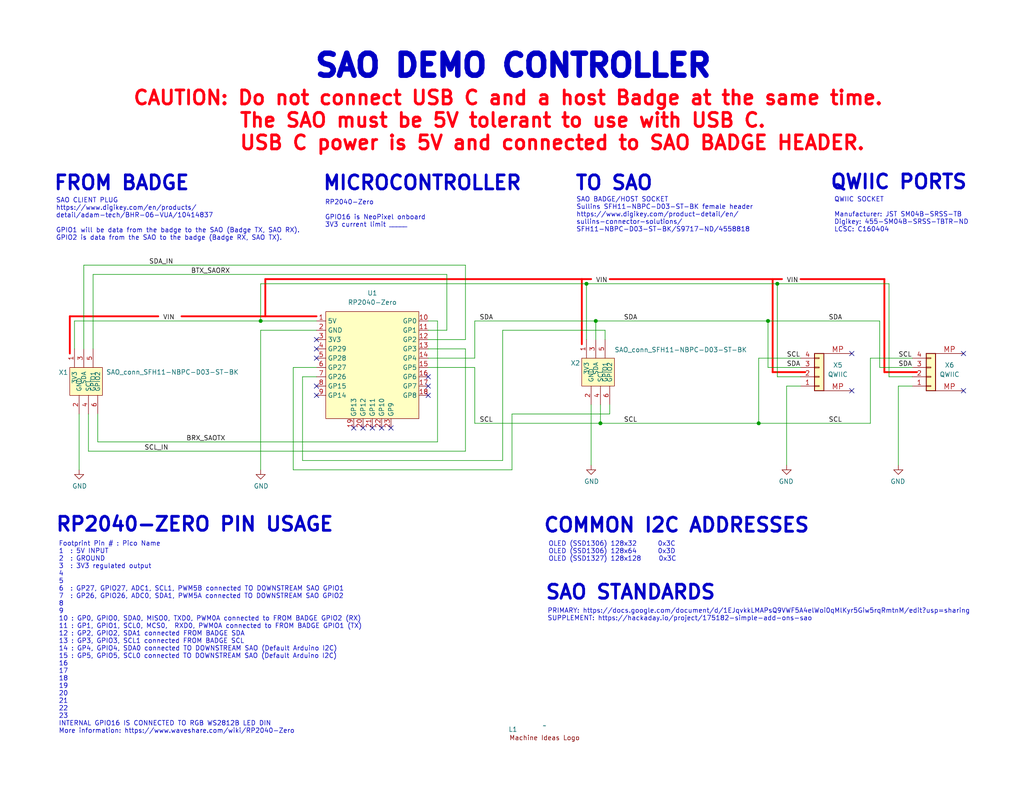
<source format=kicad_sch>
(kicad_sch (version 20231120) (generator "eeschema") (generator_version "8.0")
  (paper "A")
  (title_block (title "SAO Demo Controller") (date "2024-09-24") (rev "1.0") (company "Design by Andy Geppert @ www.MachineIdeas.com") (comment 4 "All non-polarized capacitors are X7R or X5R ceramic unless otherwise noted."))
  (lib_symbols
    (symbol "ANDY_SYMBOL_LIBRARY:GND" (power) (pin_names (offset 0))
      (property "Value" "GND" (at 3.937 -1.905 0))
      (symbol "GND_0_1"
        (polyline (pts (xy 0 0) (xy 0 -1.27) (xy 1.27 -1.27) (xy 0 -2.54) (xy -1.27 -1.27) (xy 0 -1.27)))
      )
      (symbol "GND_1_1"
        (pin power_in line (at 0 0 270) (length 0) hide (name "GND") (number "1"))
      )
    )
    (symbol "ANDY_SYMBOL_LIBRARY:Machine_Ideas_Logo"
      (property "Reference" "L" (at 0 0 0))
      (symbol "Machine_Ideas_Logo_1_1"
        (text "Machine Ideas Logo" (at 8.89 -2.032 0) (effects (font (size 1.27 1.27))))
      )
    )
    (symbol "ANDY_SYMBOL_LIBRARY:RP2040-Zero"
      (property "Reference" "U" (at 0 0 0))
      (property "Value" "RP2040-Zero" (at 0 8.89 0))
      (symbol "RP2040-Zero_0_1"
        (rectangle (start -12.7 7.62) (end 12.7 -21.59) (fill (type background)))
      )
      (symbol "RP2040-Zero_1_1"
        (pin power_in line (at -15.24 5.08 0) (length 2.54) (name "5V") (number "1"))
        (pin bidirectional line (at 15.24 5.08 180) (length 2.54) (name "GP0") (number "10"))
        (pin bidirectional line (at 15.24 2.54 180) (length 2.54) (name "GP1") (number "11"))
        (pin bidirectional line (at 15.24 0 180) (length 2.54) (name "GP2") (number "12"))
        (pin bidirectional line (at 15.24 -2.54 180) (length 2.54) (name "GP3") (number "13"))
        (pin bidirectional line (at 15.24 -5.08 180) (length 2.54) (name "GP4") (number "14"))
        (pin bidirectional line (at 15.24 -7.62 180) (length 2.54) (name "GP5") (number "15"))
        (pin bidirectional line (at 15.24 -10.16 180) (length 2.54) (name "GP6") (number "16"))
        (pin bidirectional line (at 15.24 -12.7 180) (length 2.54) (name "GP7") (number "17"))
        (pin bidirectional line (at 15.24 -15.24 180) (length 2.54) (name "GP8") (number "18"))
        (pin bidirectional line (at -5.08 -24.13 90) (length 2.54) (name "GP13") (number "19"))
        (pin power_in line (at -15.24 2.54 0) (length 2.54) (name "GND") (number "2"))
        (pin bidirectional line (at -2.54 -24.13 90) (length 2.54) (name "GP12") (number "20"))
        (pin bidirectional line (at 0 -24.13 90) (length 2.54) (name "GP11") (number "21"))
        (pin bidirectional line (at 2.54 -24.13 90) (length 2.54) (name "GP10") (number "22"))
        (pin bidirectional line (at 5.08 -24.13 90) (length 2.54) (name "GP9") (number "23"))
        (pin power_in line (at -15.24 0 0) (length 2.54) (name "3V3") (number "3"))
        (pin bidirectional line (at -15.24 -2.54 0) (length 2.54) (name "GP29") (number "4"))
        (pin bidirectional line (at -15.24 -5.08 0) (length 2.54) (name "GP28") (number "5"))
        (pin bidirectional line (at -15.24 -7.62 0) (length 2.54) (name "GP27") (number "6"))
        (pin bidirectional line (at -15.24 -10.16 0) (length 2.54) (name "GP26") (number "7"))
        (pin bidirectional line (at -15.24 -12.7 0) (length 2.54) (name "GP15") (number "8"))
        (pin bidirectional line (at -15.24 -15.24 0) (length 2.54) (name "GP14") (number "9"))
      )
    )
    (symbol "ANDY_SYMBOL_LIBRARY:SAO_conn_SFH11-NBPC-D03-ST-BK-badgelife_shitty_addon_v169bis" (pin_names (offset 1.016))
      (property "Reference" "X1" (at -8.1534 1.1938 0))
      (property "Value" "SAO_conn_SFH11-NBPC-D03-ST-BK" (at -10.6934 -18.9484 0))
      (symbol "SAO_conn_SFH11-NBPC-D03-ST-BK-badgelife_shitty_addon_v169bis_0_1"
        (rectangle (start -5.08 2.54) (end 3.81 -5.08) (fill (type background)))
      )
      (symbol "SAO_conn_SFH11-NBPC-D03-ST-BK-badgelife_shitty_addon_v169bis_1_1"
        (pin input line (at -3.81 7.62 270) (length 5.08) (name "3V3") (number "1"))
        (pin input line (at -2.54 -10.16 90) (length 5.08) (name "GND") (number "2"))
        (pin input line (at -1.27 7.62 270) (length 5.08) (name "SDA") (number "3"))
        (pin input line (at 0 -10.16 90) (length 5.08) (name "SCL") (number "4"))
        (pin input line (at 1.27 7.62 270) (length 5.08) (name "GPIO1") (number "5"))
        (pin input line (at 2.54 -10.16 90) (length 5.08) (name "GPIO2") (number "6"))
      )
    )
    (symbol "CORE_64_LIBRARY:Connector_QWIIC_4x1_MP" (pin_names (offset 1.016) hide)
      (property "Reference" "J" (at 0 5.08 0))
      (property "Value" "Connector_QWIIC_4x1_MP" (at 0 -7.62 0))
      (symbol "Connector_QWIIC_4x1_MP_1_1"
        (rectangle (start -1.27 -4.953) (end 0 -5.207) (stroke (width 0.1524)))
        (rectangle (start -1.27 -2.413) (end 0 -2.667) (stroke (width 0.1524)))
        (rectangle (start -1.27 0.127) (end 0 -0.127) (stroke (width 0.1524)))
        (rectangle (start -1.27 2.667) (end 0 2.413) (stroke (width 0.1524)))
        (rectangle (start -1.27 3.81) (end 1.27 -6.35) (stroke (width 0.254)) (fill (type background)))
        (pin passive line (at -5.08 2.54 0) (length 3.81) (name "Pin_1") (number "1"))
        (pin passive line (at -5.08 0 0) (length 3.81) (name "Pin_2") (number "2"))
        (pin passive line (at -5.08 -2.54 0) (length 3.81) (name "Pin_3") (number "3"))
        (pin passive line (at -5.08 -5.08 0) (length 3.81) (name "Pin_4") (number "4"))
        (pin free line (at 8.89 -6.35 180) (length 7.62) (name "MP") (number "MP"))
        (pin free line (at 8.89 3.81 180) (length 7.62) (name "MP") (number "MP"))
      )
    )
    (symbol "power:GND" (power) (pin_names (offset 0))
      (property "Value" "GND" (at 0 -3.81 0))
      (symbol "GND_0_1"
        (polyline (pts (xy 0 0) (xy 0 -1.27) (xy 1.27 -1.27) (xy 0 -2.54) (xy -1.27 -1.27) (xy 0 -1.27)))
      )
      (symbol "GND_1_1"
        (pin power_in line (at 0 0 270) (length 0) hide (name "GND") (number "1"))
      )
    )
  )
  (bus_alias "CA_SHIFT_REGISTER_BUS" (members "CM_SR_CLK" "CM_SR_LAT" "CM_SR_~{OE}" "CM_SR_SER1"))
  (bus_alias "CM_TRANSISTOR_DRIVE_BUS" (members "CM_Q1N" "CM_Q1P" "CM_Q2N" "CM_Q2P" "CM_Q3N" "CM_Q3P" "CM_Q4N" "CM_Q4P" "CM_Q5N" "CM_Q5P" "CM_Q6N" "CM_Q6P" "CM_Q7N" "CM_Q7P" "CM_Q8N" "CM_Q8P" "CM_Q9N" "CM_Q9P" "CM_Q10N" "CM_Q10P" "CA_SR_GPO_A" "CA_SR_GPO_B" "CA_SR_GPO_C" "CA_SR_GPO_D"))
  (bus_alias "GPIO_CPS_BUS" (members "GPIO1_CP1_SAO1" "GPIO2_CP2_SAO2" "GPIO3_CP3_DC" "GPIO4_CP4_CS2" "GPIO5_CP5_HS1" "GPIO6_CP6_HS2" "GPIO7_CP7_HS3" "GPIO8_CP8_HS4"))
  (bus_alias "I2C_3V3_BUS" (members "I2C_3V3_SCL" "I2C_3V3_SDA"))
  (bus_alias "SPI_3V3_BUS" (members "SPI_CD" "SPI_RESET" "SPI_SDI" "SPI_CS1" "SPI_CLK" "SPI_SDO"))
  (junction (at 207.01 115.57))
  (junction (at 212.09 77.47))
  (junction (at 162.56 87.63))
  (junction (at 163.83 115.57))
  (junction (at 71.12 87.63))
  (junction (at 209.55 87.63))
  (junction (at 160.02 77.47))
  (no_connect (at 99.06 116.84))
  (no_connect (at 116.84 105.41))
  (no_connect (at 86.36 107.95))
  (no_connect (at 232.41 106.68))
  (no_connect (at 96.52 116.84))
  (no_connect (at 101.6 116.84))
  (no_connect (at 86.36 92.71))
  (no_connect (at 262.89 96.52))
  (no_connect (at 86.36 95.25))
  (no_connect (at 116.84 102.87))
  (no_connect (at 106.68 116.84))
  (no_connect (at 232.41 96.52))
  (no_connect (at 116.84 107.95))
  (no_connect (at 262.89 106.68))
  (no_connect (at 86.36 105.41))
  (no_connect (at 104.14 116.84))
  (no_connect (at 86.36 97.79))
  (wire (pts (xy 26.67 120.65) (xy 26.67 113.03)))
  (wire (pts (xy 209.55 100.33) (xy 218.44 100.33)))
  (wire (pts (xy 163.83 115.57) (xy 163.83 110.49)))
  (wire (pts (xy 127 123.19) (xy 24.13 123.19)))
  (wire (pts (xy 22.86 72.39) (xy 22.86 95.25)))
  (wire (pts (xy 237.49 97.79) (xy 248.92 97.79)))
  (wire (pts (xy 22.86 72.39) (xy 127 72.39)))
  (wire (pts (xy 116.84 100.33) (xy 129.54 100.33)))
  (wire (pts (xy 129.54 115.57) (xy 163.83 115.57)))
  (wire (pts (xy 119.38 87.63) (xy 119.38 120.65)))
  (wire (pts (xy 237.49 97.79) (xy 237.49 115.57)))
  (polyline (pts (xy 158.75 76.2) (xy 158.75 93.98)) (stroke (width 0.5) (color 255 6 0 1)))
  (wire (pts (xy 162.56 87.63) (xy 129.54 87.63)))
  (wire (pts (xy 82.55 125.73) (xy 82.55 102.87)))
  (wire (pts (xy 207.01 115.57) (xy 207.01 97.79)))
  (polyline (pts (xy 72.39 86.36) (xy 72.39 76.2)) (stroke (width 0.5) (color 255 0 2 1)))
  (polyline (pts (xy 19.05 86.36) (xy 43.18 86.36)) (stroke (width 0.5) (color 255 0 2 1)))
  (wire (pts (xy 212.09 77.47) (xy 212.09 102.87)))
  (wire (pts (xy 127 95.25) (xy 127 123.19)))
  (wire (pts (xy 121.92 74.93) (xy 121.92 90.17)))
  (wire (pts (xy 242.57 102.87) (xy 242.57 77.47)))
  (wire (pts (xy 209.55 87.63) (xy 209.55 100.33)))
  (wire (pts (xy 71.12 87.63) (xy 86.36 87.63)))
  (wire (pts (xy 25.4 74.93) (xy 121.92 74.93)))
  (wire (pts (xy 207.01 115.57) (xy 237.49 115.57)))
  (polyline (pts (xy 210.82 76.2) (xy 210.82 101.6)) (stroke (width 0.5) (color 255 6 0 1)))
  (wire (pts (xy 162.56 87.63) (xy 209.55 87.63)))
  (wire (pts (xy 137.16 125.73) (xy 82.55 125.73)))
  (polyline (pts (xy 72.39 76.2) (xy 158.75 76.2)) (stroke (width 0.5) (color 255 0 2 1)))
  (wire (pts (xy 214.63 127) (xy 214.63 105.41)))
  (polyline (pts (xy 158.75 76.2) (xy 161.29 76.2)) (stroke (width 0.5) (color 255 0 2 1)))
  (wire (pts (xy 245.11 127) (xy 245.11 105.41)))
  (wire (pts (xy 165.1 90.17) (xy 137.16 90.17)))
  (wire (pts (xy 160.02 77.47) (xy 160.02 92.71)))
  (wire (pts (xy 137.16 90.17) (xy 137.16 125.73)))
  (wire (pts (xy 240.03 100.33) (xy 240.03 87.63)))
  (wire (pts (xy 71.12 87.63) (xy 71.12 77.47)))
  (wire (pts (xy 163.83 115.57) (xy 207.01 115.57)))
  (polyline (pts (xy 19.05 96.52) (xy 19.05 86.36)) (stroke (width 0.5) (color 255 0 2 1)))
  (polyline (pts (xy 241.3 101.6) (xy 250.19 101.6)) (stroke (width 0.5) (color 255 6 0 1)))
  (wire (pts (xy 71.12 90.17) (xy 86.36 90.17)))
  (wire (pts (xy 71.12 77.47) (xy 160.02 77.47)))
  (wire (pts (xy 240.03 100.33) (xy 248.92 100.33)))
  (polyline (pts (xy 218.44 76.2) (xy 241.3 76.2)) (stroke (width 0.5) (color 255 0 2 1)))
  (wire (pts (xy 139.7 128.27) (xy 80.01 128.27)))
  (wire (pts (xy 21.59 128.27) (xy 21.59 113.03)))
  (wire (pts (xy 20.32 87.63) (xy 71.12 87.63)))
  (wire (pts (xy 245.11 105.41) (xy 248.92 105.41)))
  (wire (pts (xy 80.01 100.33) (xy 86.36 100.33)))
  (wire (pts (xy 71.12 90.17) (xy 71.12 128.27)))
  (wire (pts (xy 129.54 100.33) (xy 129.54 115.57)))
  (wire (pts (xy 160.02 77.47) (xy 212.09 77.47)))
  (wire (pts (xy 127 72.39) (xy 127 92.71)))
  (polyline (pts (xy 166.37 76.2) (xy 213.36 76.2)) (stroke (width 0.5) (color 255 0 2 1)))
  (wire (pts (xy 25.4 95.25) (xy 25.4 74.93)))
  (wire (pts (xy 127 92.71) (xy 116.84 92.71)))
  (wire (pts (xy 116.84 95.25) (xy 127 95.25)))
  (wire (pts (xy 214.63 105.41) (xy 218.44 105.41)))
  (wire (pts (xy 139.7 113.03) (xy 139.7 128.27)))
  (polyline (pts (xy 49.53 86.36) (xy 72.39 86.36)) (stroke (width 0.5) (color 255 0 2 1)))
  (wire (pts (xy 161.29 127) (xy 161.29 110.49)))
  (wire (pts (xy 166.37 110.49) (xy 166.37 113.03)))
  (wire (pts (xy 207.01 97.79) (xy 218.44 97.79)))
  (wire (pts (xy 129.54 87.63) (xy 129.54 97.79)))
  (polyline (pts (xy 241.3 76.2) (xy 241.3 101.6)) (stroke (width 0.5) (color 255 6 0 1)))
  (wire (pts (xy 209.55 87.63) (xy 240.03 87.63)))
  (wire (pts (xy 116.84 87.63) (xy 119.38 87.63)))
  (wire (pts (xy 165.1 92.71) (xy 165.1 90.17)))
  (wire (pts (xy 242.57 102.87) (xy 248.92 102.87)))
  (wire (pts (xy 119.38 120.65) (xy 26.67 120.65)))
  (wire (pts (xy 20.32 87.63) (xy 20.32 95.25)))
  (wire (pts (xy 162.56 87.63) (xy 162.56 92.71)))
  (wire (pts (xy 166.37 113.03) (xy 139.7 113.03)))
  (wire (pts (xy 116.84 97.79) (xy 129.54 97.79)))
  (wire (pts (xy 116.84 90.17) (xy 121.92 90.17)))
  (wire (pts (xy 212.09 102.87) (xy 218.44 102.87)))
  (polyline (pts (xy 210.82 101.6) (xy 219.71 101.6)) (stroke (width 0.5) (color 255 6 0 1)))
  (polyline (pts (xy 72.39 86.36) (xy 86.36 86.36)) (stroke (width 0.5) (color 255 0 2 1)))
  (wire (pts (xy 24.13 113.03) (xy 24.13 123.19)))
  (wire (pts (xy 82.55 102.87) (xy 86.36 102.87)))
  (wire (pts (xy 80.01 128.27) (xy 80.01 100.33)))
  (wire (pts (xy 242.57 77.47) (xy 212.09 77.47)))
  (text "SAO BADGE/HOST SOCKET\nSullins SFH11-NBPC-D03-ST-BK female header\nhttps://www.digikey.com/product-detail/en/\nsullins-connector-solutions/\nSFH11-NBPC-D03-ST-BK/S9717-ND/4558818" (at 157.226 63.5 0) (effects (font (size 1.27 1.27)) (justify left bottom)))
  (text "COMMON I2C ADDRESSES" (at 148.082 145.796 0) (effects (font (size 3.81 3.81) (thickness 0.762) (bold yes)) (justify left bottom)))
  (text "QWIIC SOCKET\n\nManufacturer: JST SM04B-SRSS-TB\nDigikey: 455-SM04B-SRSS-TBTR-ND\nLCSC: C160404" (at 227.584 63.5 0) (effects (font (size 1.27 1.27)) (justify left bottom)))
  (text "RP2040-Zero\n\nGPIO16 is NeoPixel onboard\n3V3 current limit _____" (at 88.646 62.23 0) (effects (font (size 1.27 1.27)) (justify left bottom)))
  (text "RP2040-ZERO PIN USAGE" (at 14.986 145.542 0) (effects (font (size 3.81 3.81) (thickness 0.762) (bold yes)) (justify left bottom)))
  (text "Footprint Pin # : Pico Name\n1  : 5V INPUT\n2  : GROUND\n3  : 3V3 regulated output\n4   \n5   \n6  : GP27, GPIO27, ADC1, SCL1, PWM5B connected TO DOWNSTREAM SAO GPIO1\n7  : GP26, GPIO26, ADC0, SDA1, PWM5A connected TO DOWNSTREAM SAO GPIO2\n8\n9\n10 : GP0, GPIO0, SDA0, MISO0, TXD0, PWM0A connected to FROM BADGE GPIO2 (RX)\n11 : GP1, GPIO1, SCL0, MCS0,  RXD0, PWM0A connected to FROM BADGE GPIO1 (TX)\n12 : GP2, GPIO2, SDA1 connected FROM BADGE SDA \n13 : GP3, GPIO3, SCL1 connected FROM BADGE SCL\n14 : GP4, GPIO4, SDA0 connected TO DOWNSTREAM SAO (Default Arduino I2C)\n15 : GP5, GPIO5, SCL0 connected TO DOWNSTREAM SAO (Default Arduino I2C)\n16\n17\n18\n19\n20\n21\n22\n23\nINTERNAL GPIO16 IS CONNECTED TO RGB WS2812B LED DIN\nMore information: https://www.waveshare.com/wiki/RP2040-Zero" (at 16.002 200.406 0) (effects (font (size 1.27 1.27)) (justify left bottom)))
  (text "SAO CLIENT PLUG\nhttps://www.digikey.com/en/products/\ndetail/adam-tech/BHR-06-VUA/10414837\n\nGPIO1 will be data from the badge to the SAO (Badge TX, SAO RX).\nGPIO2 is data from the SAO to the badge (Badge RX, SAO TX)." (at 15.24 65.786 0) (effects (font (size 1.27 1.27)) (justify left bottom)))
  (text "OLED (SSD1306) 128x32      0x3C\nOLED (SSD1306) 128x64      0x3D\nOLED (SSD1327) 128x128     0x3C" (at 149.606 153.416 0) (effects (font (size 1.27 1.27)) (justify left bottom)))
  (text "FROM BADGE" (at 14.478 52.324 0) (effects (font (size 3.81 3.81) (thickness 0.762) (bold yes)) (justify left bottom)))
  (text "SAO STANDARDS" (at 148.59 164.084 0) (effects (font (size 3.81 3.81) (thickness 0.762) (bold yes)) (justify left bottom)))
  (text "PRIMARY: https://docs.google.com/document/d/1EJqvkkLMAPsQ9VWF5A4elWoi0qMlKyr5Giw5rqRmtnM/edit?usp=sharing\nSUPPLEMENT: https://hackaday.io/project/175182-simple-add-ons-sao\n" (at 149.352 169.672 0) (effects (font (size 1.27 1.27)) (justify left bottom)))
  (text "QWIIC PORTS" (at 226.314 52.07 0) (effects (font (size 3.81 3.81) (thickness 0.762) (bold yes)) (justify left bottom)))
  (text "TO SAO" (at 156.718 52.324 0) (effects (font (size 3.81 3.81) (thickness 0.762) (bold yes)) (justify left bottom)))
  (text "CAUTION: Do not connect USB C and a host Badge at the same time.\n          The SAO must be 5V tolerant to use with USB C.\n          USB C power is 5V and connected to SAO BADGE HEADER." (at 36.068 41.402 0) (effects (font (size 3.81 3.81) (thickness 0.762) (bold yes)) (justify left bottom)))
  (text "SAO DEMO CONTROLLER" (at 85.344 21.59 0) (effects (font (size 6 6) (thickness 1.6) (bold yes)) (justify left bottom)))
  (text "MICROCONTROLLER" (at 87.884 52.324 0) (effects (font (size 3.81 3.81) (thickness 0.762) (bold yes)) (justify left bottom)))
  (label "SDA" (at 226.06 87.63 0))
  (label "SCL" (at 170.18 115.57 0))
  (label "VIN" (at 44.45 87.63 0))
  (label "BTX_SAORX" (at 52.07 74.93 0))
  (label "SCL" (at 226.06 115.57 0))
  (label "BRX_SAOTX" (at 50.8 120.65 0))
  (label "VIN" (at 214.63 77.47 0))
  (label "SCL" (at 245.11 97.79 0))
  (label "SDA" (at 214.63 100.33 0))
  (label "SDA" (at 170.18 87.63 0))
  (label "SCL" (at 214.63 97.79 0))
  (label "VIN" (at 162.56 77.47 0))
  (label "SDA" (at 130.81 87.63 0))
  (label "SCL_IN" (at 39.37 123.19 0))
  (label "SDA" (at 245.11 100.33 0))
  (label "SDA_IN" (at 40.64 72.39 0))
  (label "SCL" (at 130.81 115.57 0))
  (symbol (lib_id "ANDY_SYMBOL_LIBRARY:RP2040-Zero") (at 101.6 92.71 0) (unit 1)
    (property "Reference" "U1" (at 101.6 80.01 0))
    (property "Value" "RP2040-Zero" (at 101.6 82.55 0))
    (property "Footprint" "Andy_Footprint_Library:RP2040 Zero" (effects (hide yes)))
  )
  (symbol (lib_id "ANDY_SYMBOL_LIBRARY:SAO_conn_SFH11-NBPC-D03-ST-BK-badgelife_shitty_addon_v169bis") (at 24.13 102.87 0) (unit 1)
    (property "Reference" "X1" (at 15.9766 101.6762 0) (effects (justify left)))
    (property "Value" "SAO_conn_SFH11-NBPC-D03-ST-BK" (at 28.956 101.6 0) (effects (justify left)))
    (property "Footprint" "Andy_Footprint_Library:Badgelife-SAOv169-BADGE-2x3-Edge-Connect-no-front-text" (effects (hide yes)))
    (property "Description" "CONN HDR 6POS KEYED SOCKET 0.1 T.H." (effects (hide yes)))
    (property "MPN" "SFH11-NBPC-D03-ST-BK" (effects (hide yes)))
    (property "Manufacturer_Name" "Sullins" (effects (hide yes)))
    (property "Insert?" "Yes" (effects (hide yes)))
    (property "Populate" "DNP" (effects (hide yes)))
    (property "User Optional" "yes" (effects (hide yes)))
  )
  (symbol (lib_id "ANDY_SYMBOL_LIBRARY:GND") (at 161.29 127 0) (unit 1)
    (property "Reference" "#PWR02" (effects (hide yes)))
    (property "Value" "GND" (at 161.417 131.445 0))
  )
  (symbol (lib_id "ANDY_SYMBOL_LIBRARY:Machine_Ideas_Logo") (at 139.7 199.39 0) (unit 1)
    (property "Reference" "L1" (at 139.954 199.136 0))
    (property "Value" "~" (at 148.59 198.12 0))
    (property "Footprint" "Andy_Footprint_Library:Machine_Ideas_logo" (effects (hide yes)))
  )
  (symbol (lib_id "ANDY_SYMBOL_LIBRARY:GND") (at 21.59 128.27 0) (unit 1)
    (property "Reference" "#PWR01" (effects (hide yes)))
    (property "Value" "GND" (at 21.717 132.715 0))
  )
  (symbol (lib_id "power:GND") (at 245.11 127 0) (mirror y) (unit 1)
    (property "Reference" "#PWR04" (effects (hide yes)))
    (property "Value" "GND" (at 244.983 131.445 0))
  )
  (symbol (lib_id "CORE_64_LIBRARY:Connector_QWIIC_4x1_MP") (at 223.52 102.87 0) (mirror x) (unit 1)
    (property "Reference" "X5" (at 228.6 99.695 0))
    (property "Value" "QWIIC" (at 228.6 102.235 0))
    (property "Footprint" "Connector_JST:JST_SH_SM04B-SRSS-TB_1x04-1MP_P1.00mm_Horizontal" (effects (hide yes)))
    (property "Description" "JST_SH_SM04B-SRSS-TB_1x04" (effects (hide yes)))
    (property "LCSC" "C160404" (effects (hide yes)))
    (property "Insert" "YES" (effects (hide yes)))
    (property "Digi-Key_PN" "455-SM04B-SRSS-TBTR-ND" (effects (hide yes)))
    (property "MPN" "SM04B-SRSS-TB" (effects (hide yes)))
    (property "Manufacturer" "JST" (effects (hide yes)))
  )
  (symbol (lib_id "CORE_64_LIBRARY:Connector_QWIIC_4x1_MP") (at 254 102.87 0) (mirror x) (unit 1)
    (property "Reference" "X6" (at 259.08 99.695 0))
    (property "Value" "QWIIC" (at 259.08 102.235 0))
    (property "Footprint" "Connector_JST:JST_SH_SM04B-SRSS-TB_1x04-1MP_P1.00mm_Horizontal" (effects (hide yes)))
    (property "Description" "JST_SH_SM04B-SRSS-TB_1x04" (effects (hide yes)))
    (property "LCSC" "C160404" (effects (hide yes)))
    (property "Insert" "YES" (effects (hide yes)))
    (property "Digi-Key_PN" "455-SM04B-SRSS-TBTR-ND" (effects (hide yes)))
    (property "MPN" "SM04B-SRSS-TB" (effects (hide yes)))
    (property "Manufacturer" "JST" (effects (hide yes)))
  )
  (symbol (lib_id "ANDY_SYMBOL_LIBRARY:SAO_conn_SFH11-NBPC-D03-ST-BK-badgelife_shitty_addon_v169bis") (at 163.83 100.33 0) (unit 1)
    (property "Reference" "X2" (at 155.6766 99.1362 0) (effects (justify left)))
    (property "Value" "SAO_conn_SFH11-NBPC-D03-ST-BK" (at 167.64 95.504 0) (effects (justify left)))
    (property "Footprint" "Andy_Footprint_Library:Badgelife-SAOv169-BADGE-2x3-no-front-text" (effects (hide yes)))
    (property "Description" "CONN HDR 6POS KEYED SOCKET 0.1 T.H." (effects (hide yes)))
    (property "MPN" "SFH11-NBPC-D03-ST-BK" (effects (hide yes)))
    (property "Manufacturer_Name" "Sullins" (effects (hide yes)))
    (property "Insert?" "Yes" (effects (hide yes)))
    (property "Populate" "DNP" (effects (hide yes)))
    (property "User Optional" "yes" (effects (hide yes)))
  )
  (symbol (lib_id "power:GND") (at 214.63 127 0) (mirror y) (unit 1)
    (property "Reference" "#PWR03" (effects (hide yes)))
    (property "Value" "GND" (at 214.503 131.445 0))
  )
  (symbol (lib_id "ANDY_SYMBOL_LIBRARY:GND") (at 71.12 128.27 0) (unit 1)
    (property "Reference" "#PWR05" (effects (hide yes)))
    (property "Value" "GND" (at 71.247 132.715 0))
  )
)
</source>
